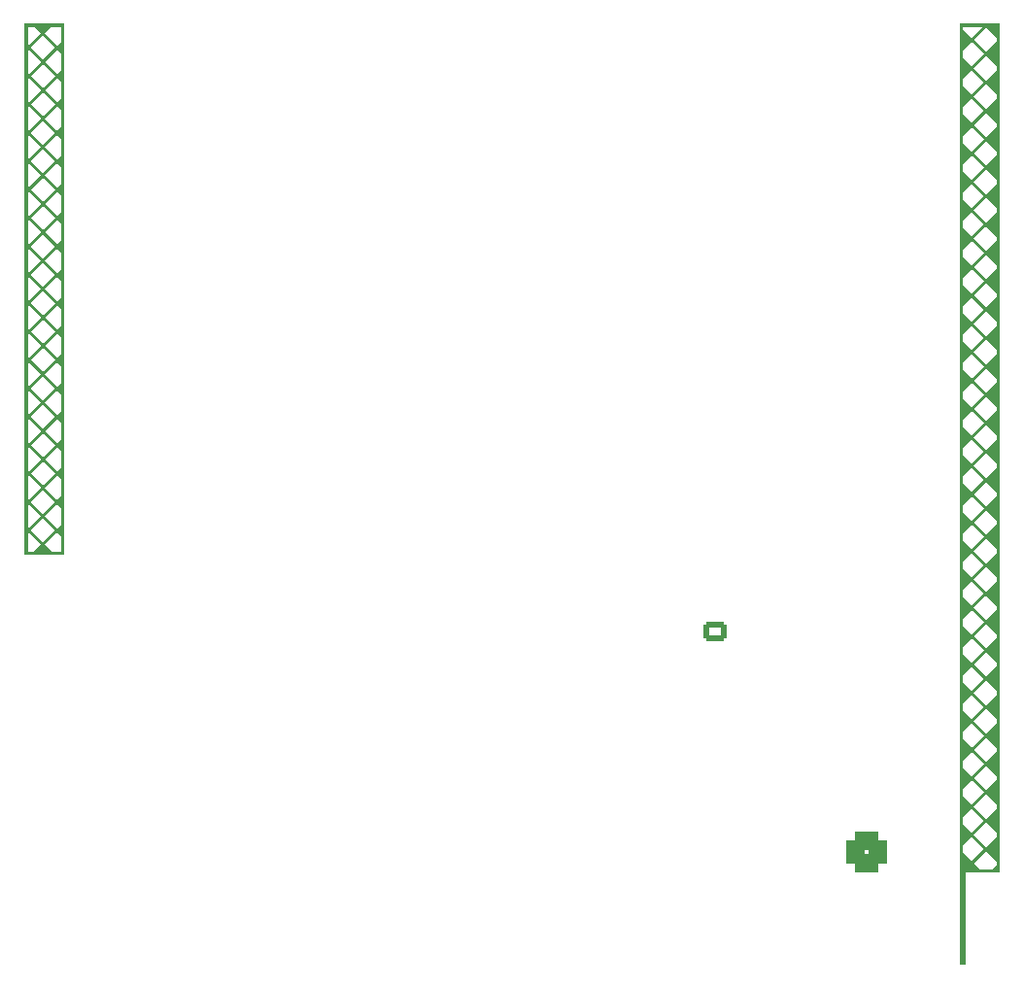
<source format=gbo>
G04 #@! TF.GenerationSoftware,KiCad,Pcbnew,9.0.5*
G04 #@! TF.CreationDate,2026-01-05T14:43:58+01:00*
G04 #@! TF.ProjectId,peak-ignitor-box-bms,7065616b-2d69-4676-9e69-746f722d626f,rev?*
G04 #@! TF.SameCoordinates,Original*
G04 #@! TF.FileFunction,Legend,Bot*
G04 #@! TF.FilePolarity,Positive*
%FSLAX46Y46*%
G04 Gerber Fmt 4.6, Leading zero omitted, Abs format (unit mm)*
G04 Created by KiCad (PCBNEW 9.0.5) date 2026-01-05 14:43:58*
%MOMM*%
%LPD*%
G01*
G04 APERTURE LIST*
G04 Aperture macros list*
%AMRoundRect*
0 Rectangle with rounded corners*
0 $1 Rounding radius*
0 $2 $3 $4 $5 $6 $7 $8 $9 X,Y pos of 4 corners*
0 Add a 4 corners polygon primitive as box body*
4,1,4,$2,$3,$4,$5,$6,$7,$8,$9,$2,$3,0*
0 Add four circle primitives for the rounded corners*
1,1,$1+$1,$2,$3*
1,1,$1+$1,$4,$5*
1,1,$1+$1,$6,$7*
1,1,$1+$1,$8,$9*
0 Add four rect primitives between the rounded corners*
20,1,$1+$1,$2,$3,$4,$5,0*
20,1,$1+$1,$4,$5,$6,$7,0*
20,1,$1+$1,$6,$7,$8,$9,0*
20,1,$1+$1,$8,$9,$2,$3,0*%
G04 Aperture macros list end*
%ADD10RoundRect,0.250000X-0.725000X0.600000X-0.725000X-0.600000X0.725000X-0.600000X0.725000X0.600000X0*%
%ADD11O,1.950000X1.700000*%
%ADD12C,7.500000*%
%ADD13C,1.400000*%
%ADD14RoundRect,0.770000X0.980000X-0.980000X0.980000X0.980000X-0.980000X0.980000X-0.980000X-0.980000X0*%
%ADD15C,3.500000*%
G04 APERTURE END LIST*
G36*
X81485648Y-33014352D02*
G01*
X81500000Y-33049000D01*
X81500000Y-79201000D01*
X81485648Y-79235648D01*
X81451000Y-79250000D01*
X78049000Y-79250000D01*
X78014352Y-79235648D01*
X78000000Y-79201000D01*
X78000000Y-77416022D01*
X78299000Y-77416022D01*
X78299000Y-79002000D01*
X78837172Y-79002000D01*
X79440308Y-78398863D01*
X79791033Y-78398863D01*
X80394170Y-79002000D01*
X81201000Y-79002000D01*
X81201000Y-77684680D01*
X80853108Y-77336788D01*
X79791033Y-78398863D01*
X79440308Y-78398863D01*
X78378233Y-77336788D01*
X78299000Y-77416022D01*
X78000000Y-77416022D01*
X78000000Y-77161426D01*
X78553596Y-77161426D01*
X79615671Y-78223501D01*
X80677745Y-77161426D01*
X79615671Y-76099352D01*
X78553596Y-77161426D01*
X78000000Y-77161426D01*
X78000000Y-74941149D01*
X78299000Y-74941149D01*
X78299000Y-76906831D01*
X78378234Y-76986065D01*
X79440309Y-75923990D01*
X79791033Y-75923990D01*
X80853108Y-76986065D01*
X81201000Y-76638173D01*
X81201000Y-75209807D01*
X80853108Y-74861915D01*
X79791033Y-75923990D01*
X79440309Y-75923990D01*
X78378234Y-74861915D01*
X78299000Y-74941149D01*
X78000000Y-74941149D01*
X78000000Y-74686553D01*
X78553596Y-74686553D01*
X79615671Y-75748628D01*
X80677746Y-74686553D01*
X79615671Y-73624478D01*
X78553596Y-74686553D01*
X78000000Y-74686553D01*
X78000000Y-72466275D01*
X78299000Y-72466275D01*
X78299000Y-74431957D01*
X78378234Y-74511191D01*
X79440309Y-73449116D01*
X79791033Y-73449116D01*
X80853108Y-74511191D01*
X81201000Y-74163299D01*
X81201000Y-72734933D01*
X80853108Y-72387041D01*
X79791033Y-73449116D01*
X79440309Y-73449116D01*
X78378234Y-72387041D01*
X78299000Y-72466275D01*
X78000000Y-72466275D01*
X78000000Y-72211679D01*
X78553596Y-72211679D01*
X79615671Y-73273754D01*
X80677746Y-72211679D01*
X79615671Y-71149604D01*
X78553596Y-72211679D01*
X78000000Y-72211679D01*
X78000000Y-69991401D01*
X78299000Y-69991401D01*
X78299000Y-71957083D01*
X78378234Y-72036317D01*
X79440309Y-70974242D01*
X79791033Y-70974242D01*
X80853108Y-72036317D01*
X81201000Y-71688425D01*
X81201000Y-70260059D01*
X80853108Y-69912167D01*
X79791033Y-70974242D01*
X79440309Y-70974242D01*
X78378234Y-69912167D01*
X78299000Y-69991401D01*
X78000000Y-69991401D01*
X78000000Y-69736805D01*
X78553596Y-69736805D01*
X79615671Y-70798880D01*
X80677745Y-69736805D01*
X79615671Y-68674730D01*
X78553596Y-69736805D01*
X78000000Y-69736805D01*
X78000000Y-67516528D01*
X78299000Y-67516528D01*
X78299000Y-69482209D01*
X78378234Y-69561443D01*
X79440308Y-68499368D01*
X79791033Y-68499368D01*
X80853107Y-69561443D01*
X81201000Y-69213551D01*
X81201000Y-67785186D01*
X80853108Y-67437294D01*
X79791033Y-68499368D01*
X79440308Y-68499368D01*
X78378234Y-67437294D01*
X78299000Y-67516528D01*
X78000000Y-67516528D01*
X78000000Y-67261932D01*
X78553596Y-67261932D01*
X79615671Y-68324007D01*
X80677746Y-67261932D01*
X79615671Y-66199857D01*
X78553596Y-67261932D01*
X78000000Y-67261932D01*
X78000000Y-65041654D01*
X78299000Y-65041654D01*
X78299000Y-67007336D01*
X78378234Y-67086570D01*
X79440309Y-66024495D01*
X79791033Y-66024495D01*
X80853108Y-67086570D01*
X81201000Y-66738678D01*
X81201000Y-65310312D01*
X80853108Y-64962420D01*
X79791033Y-66024495D01*
X79440309Y-66024495D01*
X78378234Y-64962420D01*
X78299000Y-65041654D01*
X78000000Y-65041654D01*
X78000000Y-64787058D01*
X78553596Y-64787058D01*
X79615671Y-65849133D01*
X80677746Y-64787058D01*
X79615671Y-63724983D01*
X78553596Y-64787058D01*
X78000000Y-64787058D01*
X78000000Y-62566780D01*
X78299000Y-62566780D01*
X78299000Y-64532462D01*
X78378234Y-64611696D01*
X79440309Y-63549621D01*
X79791033Y-63549621D01*
X80853108Y-64611696D01*
X81201000Y-64263804D01*
X81201000Y-62835438D01*
X80853108Y-62487546D01*
X79791033Y-63549621D01*
X79440309Y-63549621D01*
X78378234Y-62487546D01*
X78299000Y-62566780D01*
X78000000Y-62566780D01*
X78000000Y-62312184D01*
X78553596Y-62312184D01*
X79615671Y-63374259D01*
X80677746Y-62312184D01*
X79615671Y-61250109D01*
X78553596Y-62312184D01*
X78000000Y-62312184D01*
X78000000Y-60091906D01*
X78299000Y-60091906D01*
X78299000Y-62057588D01*
X78378234Y-62136822D01*
X79440309Y-61074747D01*
X79791033Y-61074747D01*
X80853108Y-62136822D01*
X81201000Y-61788930D01*
X81201000Y-60360564D01*
X80853108Y-60012672D01*
X79791033Y-61074747D01*
X79440309Y-61074747D01*
X78378234Y-60012672D01*
X78299000Y-60091906D01*
X78000000Y-60091906D01*
X78000000Y-59837310D01*
X78553596Y-59837310D01*
X79615671Y-60899385D01*
X80677745Y-59837310D01*
X79615671Y-58775235D01*
X78553596Y-59837310D01*
X78000000Y-59837310D01*
X78000000Y-57617033D01*
X78299000Y-57617033D01*
X78299000Y-59582714D01*
X78378234Y-59661948D01*
X79440308Y-58599873D01*
X79791033Y-58599873D01*
X80853107Y-59661948D01*
X81201000Y-59314056D01*
X81201000Y-57885691D01*
X80853108Y-57537799D01*
X79791033Y-58599873D01*
X79440308Y-58599873D01*
X78378234Y-57537799D01*
X78299000Y-57617033D01*
X78000000Y-57617033D01*
X78000000Y-57362437D01*
X78553596Y-57362437D01*
X79615671Y-58424512D01*
X80677746Y-57362437D01*
X79615671Y-56300362D01*
X78553596Y-57362437D01*
X78000000Y-57362437D01*
X78000000Y-55142159D01*
X78299000Y-55142159D01*
X78299000Y-57107841D01*
X78378234Y-57187075D01*
X79440309Y-56125000D01*
X79791033Y-56125000D01*
X80853108Y-57187075D01*
X81201000Y-56839183D01*
X81201000Y-55410817D01*
X80853108Y-55062925D01*
X79791033Y-56125000D01*
X79440309Y-56125000D01*
X78378234Y-55062925D01*
X78299000Y-55142159D01*
X78000000Y-55142159D01*
X78000000Y-54887563D01*
X78553596Y-54887563D01*
X79615671Y-55949638D01*
X80677746Y-54887563D01*
X79615671Y-53825488D01*
X78553596Y-54887563D01*
X78000000Y-54887563D01*
X78000000Y-52667285D01*
X78299000Y-52667285D01*
X78299000Y-54632967D01*
X78378234Y-54712201D01*
X79440309Y-53650126D01*
X79791033Y-53650126D01*
X80853108Y-54712201D01*
X81201000Y-54364309D01*
X81201000Y-52935943D01*
X80853108Y-52588051D01*
X79791033Y-53650126D01*
X79440309Y-53650126D01*
X78378234Y-52588051D01*
X78299000Y-52667285D01*
X78000000Y-52667285D01*
X78000000Y-52412689D01*
X78553596Y-52412689D01*
X79615671Y-53474764D01*
X80677746Y-52412689D01*
X79615671Y-51350614D01*
X78553596Y-52412689D01*
X78000000Y-52412689D01*
X78000000Y-50192411D01*
X78299000Y-50192411D01*
X78299000Y-52158093D01*
X78378234Y-52237327D01*
X79440308Y-51175252D01*
X79791033Y-51175252D01*
X80853108Y-52237327D01*
X81201000Y-51889435D01*
X81201000Y-50461069D01*
X80853108Y-50113177D01*
X79791033Y-51175252D01*
X79440308Y-51175252D01*
X78378233Y-50113177D01*
X78299000Y-50192411D01*
X78000000Y-50192411D01*
X78000000Y-49937815D01*
X78553596Y-49937815D01*
X79615671Y-50999890D01*
X80677745Y-49937815D01*
X79615671Y-48875741D01*
X78553596Y-49937815D01*
X78000000Y-49937815D01*
X78000000Y-47717538D01*
X78299000Y-47717538D01*
X78299000Y-49683220D01*
X78378234Y-49762454D01*
X79440309Y-48700379D01*
X79791033Y-48700379D01*
X80853108Y-49762454D01*
X81201000Y-49414562D01*
X81201000Y-47986196D01*
X80853108Y-47638304D01*
X79791033Y-48700379D01*
X79440309Y-48700379D01*
X78378234Y-47638304D01*
X78299000Y-47717538D01*
X78000000Y-47717538D01*
X78000000Y-47462942D01*
X78553596Y-47462942D01*
X79615671Y-48525017D01*
X80677746Y-47462942D01*
X79615671Y-46400867D01*
X78553596Y-47462942D01*
X78000000Y-47462942D01*
X78000000Y-45242664D01*
X78299000Y-45242664D01*
X78299000Y-47208346D01*
X78378234Y-47287580D01*
X79440309Y-46225505D01*
X79791033Y-46225505D01*
X80853108Y-47287580D01*
X81201000Y-46939688D01*
X81201000Y-45511322D01*
X80853108Y-45163430D01*
X79791033Y-46225505D01*
X79440309Y-46225505D01*
X78378234Y-45163430D01*
X78299000Y-45242664D01*
X78000000Y-45242664D01*
X78000000Y-44988068D01*
X78553596Y-44988068D01*
X79615671Y-46050143D01*
X80677746Y-44988068D01*
X79615671Y-43925993D01*
X78553596Y-44988068D01*
X78000000Y-44988068D01*
X78000000Y-42767790D01*
X78299000Y-42767790D01*
X78299000Y-44733472D01*
X78378234Y-44812706D01*
X79440309Y-43750631D01*
X79791033Y-43750631D01*
X80853108Y-44812706D01*
X81201000Y-44464814D01*
X81201000Y-43036448D01*
X80853108Y-42688556D01*
X79791033Y-43750631D01*
X79440309Y-43750631D01*
X78378234Y-42688556D01*
X78299000Y-42767790D01*
X78000000Y-42767790D01*
X78000000Y-42513194D01*
X78553596Y-42513194D01*
X79615671Y-43575269D01*
X80677746Y-42513194D01*
X79615671Y-41451119D01*
X78553596Y-42513194D01*
X78000000Y-42513194D01*
X78000000Y-40292916D01*
X78299000Y-40292916D01*
X78299000Y-42258598D01*
X78378234Y-42337832D01*
X79440308Y-41275757D01*
X79791033Y-41275757D01*
X80853108Y-42337832D01*
X81201000Y-41989940D01*
X81201000Y-40561574D01*
X80853108Y-40213682D01*
X79791033Y-41275757D01*
X79440308Y-41275757D01*
X78378233Y-40213682D01*
X78299000Y-40292916D01*
X78000000Y-40292916D01*
X78000000Y-40038320D01*
X78553596Y-40038320D01*
X79615671Y-41100395D01*
X80677745Y-40038320D01*
X79615671Y-38976246D01*
X78553596Y-40038320D01*
X78000000Y-40038320D01*
X78000000Y-37818043D01*
X78299000Y-37818043D01*
X78299000Y-39783725D01*
X78378234Y-39862959D01*
X79440309Y-38800884D01*
X79791033Y-38800884D01*
X80853108Y-39862959D01*
X81201000Y-39515067D01*
X81201000Y-38086701D01*
X80853108Y-37738809D01*
X79791033Y-38800884D01*
X79440309Y-38800884D01*
X78378234Y-37738809D01*
X78299000Y-37818043D01*
X78000000Y-37818043D01*
X78000000Y-37563447D01*
X78553596Y-37563447D01*
X79615671Y-38625522D01*
X80677746Y-37563447D01*
X79615671Y-36501372D01*
X78553596Y-37563447D01*
X78000000Y-37563447D01*
X78000000Y-35343169D01*
X78299000Y-35343169D01*
X78299000Y-37308851D01*
X78378234Y-37388085D01*
X79440309Y-36326010D01*
X79791033Y-36326010D01*
X80853108Y-37388085D01*
X81201000Y-37040193D01*
X81201000Y-35611827D01*
X80853108Y-35263935D01*
X79791033Y-36326010D01*
X79440309Y-36326010D01*
X78378234Y-35263935D01*
X78299000Y-35343169D01*
X78000000Y-35343169D01*
X78000000Y-35088573D01*
X78553596Y-35088573D01*
X79615671Y-36150648D01*
X80677746Y-35088573D01*
X79615671Y-34026498D01*
X78553596Y-35088573D01*
X78000000Y-35088573D01*
X78000000Y-34833977D01*
X78299000Y-34833977D01*
X78378234Y-34913211D01*
X79440309Y-33851136D01*
X79791033Y-33851136D01*
X80853108Y-34913211D01*
X81201000Y-34565319D01*
X81201000Y-33299000D01*
X80343169Y-33299000D01*
X79791033Y-33851136D01*
X79440309Y-33851136D01*
X78888173Y-33299000D01*
X78299000Y-33299000D01*
X78299000Y-34833977D01*
X78000000Y-34833977D01*
X78000000Y-33049000D01*
X78014352Y-33014352D01*
X78049000Y-33000000D01*
X81451000Y-33000000D01*
X81485648Y-33014352D01*
G37*
G36*
X162985648Y-33014352D02*
G01*
X163000000Y-33049000D01*
X163000000Y-106951000D01*
X162985648Y-106985648D01*
X162951000Y-107000000D01*
X160000000Y-107000000D01*
X160000000Y-114951000D01*
X159985648Y-114985648D01*
X159951000Y-115000000D01*
X159549000Y-115000000D01*
X159514352Y-114985648D01*
X159500000Y-114951000D01*
X159500000Y-106173359D01*
X160740149Y-106173359D01*
X161318790Y-106752000D01*
X162285658Y-106752000D01*
X162701000Y-106336658D01*
X162701000Y-106010060D01*
X161802224Y-105111284D01*
X160740149Y-106173359D01*
X159500000Y-106173359D01*
X159500000Y-104639634D01*
X159799000Y-104639634D01*
X159799000Y-105232209D01*
X160564787Y-105997996D01*
X161626862Y-104935922D01*
X160564787Y-103873847D01*
X159799000Y-104639634D01*
X159500000Y-104639634D01*
X159500000Y-103698485D01*
X160740149Y-103698485D01*
X161802224Y-104760560D01*
X162701000Y-103861784D01*
X162701000Y-103535186D01*
X161802224Y-102636410D01*
X160740149Y-103698485D01*
X159500000Y-103698485D01*
X159500000Y-102164760D01*
X159799000Y-102164760D01*
X159799000Y-102757335D01*
X160564787Y-103523122D01*
X161626862Y-102461048D01*
X160564787Y-101398973D01*
X159799000Y-102164760D01*
X159500000Y-102164760D01*
X159500000Y-101223611D01*
X160740149Y-101223611D01*
X161802224Y-102285686D01*
X162701000Y-101386910D01*
X162701000Y-101060312D01*
X161802224Y-100161536D01*
X160740149Y-101223611D01*
X159500000Y-101223611D01*
X159500000Y-99689887D01*
X159799000Y-99689887D01*
X159799000Y-100282461D01*
X160564787Y-101048248D01*
X161626861Y-99986174D01*
X160564787Y-98924099D01*
X159799000Y-99689887D01*
X159500000Y-99689887D01*
X159500000Y-98748737D01*
X160740149Y-98748737D01*
X161802223Y-99810812D01*
X162701000Y-98912036D01*
X162701000Y-98585439D01*
X161802224Y-97686663D01*
X160740149Y-98748737D01*
X159500000Y-98748737D01*
X159500000Y-97215013D01*
X159799000Y-97215013D01*
X159799000Y-97807588D01*
X160564787Y-98573375D01*
X161626862Y-97511301D01*
X160564787Y-96449226D01*
X159799000Y-97215013D01*
X159500000Y-97215013D01*
X159500000Y-96273864D01*
X160740149Y-96273864D01*
X161802224Y-97335939D01*
X162701000Y-96437163D01*
X162701000Y-96110565D01*
X161802224Y-95211789D01*
X160740149Y-96273864D01*
X159500000Y-96273864D01*
X159500000Y-94740139D01*
X159799000Y-94740139D01*
X159799000Y-95332714D01*
X160564787Y-96098501D01*
X161626862Y-95036427D01*
X160564787Y-93974352D01*
X159799000Y-94740139D01*
X159500000Y-94740139D01*
X159500000Y-93798990D01*
X160740149Y-93798990D01*
X161802224Y-94861065D01*
X162701000Y-93962289D01*
X162701000Y-93635691D01*
X161802224Y-92736915D01*
X160740149Y-93798990D01*
X159500000Y-93798990D01*
X159500000Y-92265265D01*
X159799000Y-92265265D01*
X159799000Y-92857840D01*
X160564787Y-93623627D01*
X161626862Y-92561553D01*
X160564787Y-91499478D01*
X159799000Y-92265265D01*
X159500000Y-92265265D01*
X159500000Y-91324116D01*
X160740149Y-91324116D01*
X161802224Y-92386191D01*
X162701000Y-91487415D01*
X162701000Y-91160817D01*
X161802224Y-90262041D01*
X160740149Y-91324116D01*
X159500000Y-91324116D01*
X159500000Y-89790392D01*
X159799000Y-89790392D01*
X159799000Y-90382967D01*
X160564787Y-91148754D01*
X161626861Y-90086679D01*
X160564787Y-89024605D01*
X159799000Y-89790392D01*
X159500000Y-89790392D01*
X159500000Y-88849243D01*
X160740149Y-88849243D01*
X161802224Y-89911318D01*
X162701000Y-89012542D01*
X162701000Y-88685944D01*
X161802224Y-87787168D01*
X160740149Y-88849243D01*
X159500000Y-88849243D01*
X159500000Y-87315518D01*
X159799000Y-87315518D01*
X159799000Y-87908093D01*
X160564787Y-88673880D01*
X161626862Y-87611806D01*
X160564787Y-86549731D01*
X159799000Y-87315518D01*
X159500000Y-87315518D01*
X159500000Y-86374369D01*
X160740149Y-86374369D01*
X161802224Y-87436444D01*
X162701000Y-86537668D01*
X162701000Y-86211070D01*
X161802224Y-85312294D01*
X160740149Y-86374369D01*
X159500000Y-86374369D01*
X159500000Y-84840644D01*
X159799000Y-84840644D01*
X159799000Y-85433219D01*
X160564787Y-86199006D01*
X161626862Y-85136932D01*
X160564787Y-84074857D01*
X159799000Y-84840644D01*
X159500000Y-84840644D01*
X159500000Y-83899495D01*
X160740149Y-83899495D01*
X161802224Y-84961570D01*
X162701000Y-84062794D01*
X162701000Y-83736196D01*
X161802224Y-82837420D01*
X160740149Y-83899495D01*
X159500000Y-83899495D01*
X159500000Y-82365770D01*
X159799000Y-82365770D01*
X159799000Y-82958345D01*
X160564787Y-83724132D01*
X161626862Y-82662058D01*
X160564787Y-81599983D01*
X159799000Y-82365770D01*
X159500000Y-82365770D01*
X159500000Y-81424621D01*
X160740149Y-81424621D01*
X161802224Y-82486696D01*
X162701000Y-81587920D01*
X162701000Y-81261322D01*
X161802224Y-80362546D01*
X160740149Y-81424621D01*
X159500000Y-81424621D01*
X159500000Y-79890897D01*
X159799000Y-79890897D01*
X159799000Y-80483472D01*
X160564787Y-81249259D01*
X161626861Y-80187184D01*
X160564787Y-79125110D01*
X159799000Y-79890897D01*
X159500000Y-79890897D01*
X159500000Y-78949748D01*
X160740149Y-78949748D01*
X161802224Y-80011823D01*
X162701000Y-79113047D01*
X162701000Y-78786449D01*
X161802224Y-77887673D01*
X160740149Y-78949748D01*
X159500000Y-78949748D01*
X159500000Y-77416023D01*
X159799000Y-77416023D01*
X159799000Y-78008598D01*
X160564787Y-78774385D01*
X161626862Y-77712311D01*
X160564787Y-76650236D01*
X159799000Y-77416023D01*
X159500000Y-77416023D01*
X159500000Y-76474874D01*
X160740149Y-76474874D01*
X161802224Y-77536949D01*
X162701000Y-76638173D01*
X162701000Y-76311575D01*
X161802224Y-75412799D01*
X160740149Y-76474874D01*
X159500000Y-76474874D01*
X159500000Y-74941149D01*
X159799000Y-74941149D01*
X159799000Y-75533724D01*
X160564787Y-76299511D01*
X161626862Y-75237437D01*
X160564787Y-74175362D01*
X159799000Y-74941149D01*
X159500000Y-74941149D01*
X159500000Y-74000000D01*
X160740149Y-74000000D01*
X161802224Y-75062075D01*
X162701000Y-74163299D01*
X162701000Y-73836701D01*
X161802224Y-72937925D01*
X160740149Y-74000000D01*
X159500000Y-74000000D01*
X159500000Y-72466276D01*
X159799000Y-72466276D01*
X159799000Y-73058850D01*
X160564787Y-73824637D01*
X161626861Y-72762563D01*
X160564787Y-71700488D01*
X159799000Y-72466276D01*
X159500000Y-72466276D01*
X159500000Y-71525126D01*
X160740149Y-71525126D01*
X161802223Y-72587201D01*
X162701000Y-71688425D01*
X162701000Y-71361828D01*
X161802224Y-70463052D01*
X160740149Y-71525126D01*
X159500000Y-71525126D01*
X159500000Y-69991402D01*
X159799000Y-69991402D01*
X159799000Y-70583977D01*
X160564787Y-71349764D01*
X161626862Y-70287690D01*
X160564787Y-69225615D01*
X159799000Y-69991402D01*
X159500000Y-69991402D01*
X159500000Y-69050253D01*
X160740149Y-69050253D01*
X161802224Y-70112328D01*
X162701000Y-69213552D01*
X162701000Y-68886954D01*
X161802224Y-67988178D01*
X160740149Y-69050253D01*
X159500000Y-69050253D01*
X159500000Y-67516528D01*
X159799000Y-67516528D01*
X159799000Y-68109103D01*
X160564787Y-68874890D01*
X161626862Y-67812816D01*
X160564787Y-66750741D01*
X159799000Y-67516528D01*
X159500000Y-67516528D01*
X159500000Y-66575379D01*
X160740149Y-66575379D01*
X161802224Y-67637454D01*
X162701000Y-66738678D01*
X162701000Y-66412079D01*
X161802224Y-65513303D01*
X160740149Y-66575379D01*
X159500000Y-66575379D01*
X159500000Y-65041654D01*
X159799000Y-65041654D01*
X159799000Y-65634229D01*
X160564787Y-66400016D01*
X161626862Y-65337942D01*
X160564787Y-64275867D01*
X159799000Y-65041654D01*
X159500000Y-65041654D01*
X159500000Y-64100505D01*
X160740149Y-64100505D01*
X161802224Y-65162580D01*
X162701000Y-64263804D01*
X162701000Y-63937205D01*
X161802224Y-63038429D01*
X160740149Y-64100505D01*
X159500000Y-64100505D01*
X159500000Y-62566781D01*
X159799000Y-62566781D01*
X159799000Y-63159355D01*
X160564787Y-63925142D01*
X161626861Y-62863068D01*
X160564787Y-61800993D01*
X159799000Y-62566781D01*
X159500000Y-62566781D01*
X159500000Y-61625631D01*
X160740149Y-61625631D01*
X161802223Y-62687706D01*
X162701000Y-61788930D01*
X162701000Y-61462333D01*
X161802224Y-60563557D01*
X160740149Y-61625631D01*
X159500000Y-61625631D01*
X159500000Y-60091907D01*
X159799000Y-60091907D01*
X159799000Y-60684482D01*
X160564787Y-61450269D01*
X161626862Y-60388195D01*
X160564787Y-59326120D01*
X159799000Y-60091907D01*
X159500000Y-60091907D01*
X159500000Y-59150758D01*
X160740149Y-59150758D01*
X161802224Y-60212833D01*
X162701000Y-59314057D01*
X162701000Y-58987459D01*
X161802224Y-58088683D01*
X160740149Y-59150758D01*
X159500000Y-59150758D01*
X159500000Y-57617033D01*
X159799000Y-57617033D01*
X159799000Y-58209608D01*
X160564787Y-58975395D01*
X161626862Y-57913321D01*
X160564787Y-56851246D01*
X159799000Y-57617033D01*
X159500000Y-57617033D01*
X159500000Y-56675884D01*
X160740149Y-56675884D01*
X161802224Y-57737959D01*
X162701000Y-56839183D01*
X162701000Y-56512585D01*
X161802224Y-55613809D01*
X160740149Y-56675884D01*
X159500000Y-56675884D01*
X159500000Y-55142159D01*
X159799000Y-55142159D01*
X159799000Y-55734734D01*
X160564787Y-56500521D01*
X161626862Y-55438447D01*
X160564787Y-54376372D01*
X159799000Y-55142159D01*
X159500000Y-55142159D01*
X159500000Y-54201010D01*
X160740149Y-54201010D01*
X161802224Y-55263085D01*
X162701000Y-54364309D01*
X162701000Y-54037711D01*
X161802224Y-53138935D01*
X160740149Y-54201010D01*
X159500000Y-54201010D01*
X159500000Y-52667286D01*
X159799000Y-52667286D01*
X159799000Y-53259860D01*
X160564787Y-54025647D01*
X161626861Y-52963573D01*
X160564787Y-51901499D01*
X159799000Y-52667286D01*
X159500000Y-52667286D01*
X159500000Y-51726137D01*
X160740149Y-51726137D01*
X161802224Y-52788212D01*
X162701000Y-51889436D01*
X162701000Y-51562838D01*
X161802224Y-50664062D01*
X160740149Y-51726137D01*
X159500000Y-51726137D01*
X159500000Y-50192412D01*
X159799000Y-50192412D01*
X159799000Y-50784987D01*
X160564787Y-51550774D01*
X161626862Y-50488700D01*
X160564787Y-49426625D01*
X159799000Y-50192412D01*
X159500000Y-50192412D01*
X159500000Y-49251263D01*
X160740149Y-49251263D01*
X161802224Y-50313338D01*
X162701000Y-49414562D01*
X162701000Y-49087964D01*
X161802224Y-48189188D01*
X160740149Y-49251263D01*
X159500000Y-49251263D01*
X159500000Y-47717538D01*
X159799000Y-47717538D01*
X159799000Y-48310113D01*
X160564787Y-49075900D01*
X161626862Y-48013826D01*
X160564787Y-46951751D01*
X159799000Y-47717538D01*
X159500000Y-47717538D01*
X159500000Y-46776389D01*
X160740149Y-46776389D01*
X161802224Y-47838464D01*
X162701000Y-46939688D01*
X162701000Y-46613090D01*
X161802224Y-45714314D01*
X160740149Y-46776389D01*
X159500000Y-46776389D01*
X159500000Y-45242664D01*
X159799000Y-45242664D01*
X159799000Y-45835239D01*
X160564787Y-46601026D01*
X161626862Y-45538952D01*
X160564787Y-44476877D01*
X159799000Y-45242664D01*
X159500000Y-45242664D01*
X159500000Y-44301515D01*
X160740149Y-44301515D01*
X161802224Y-45363590D01*
X162701000Y-44464814D01*
X162701000Y-44138216D01*
X161802224Y-43239440D01*
X160740149Y-44301515D01*
X159500000Y-44301515D01*
X159500000Y-42767791D01*
X159799000Y-42767791D01*
X159799000Y-43360366D01*
X160564787Y-44126153D01*
X161626861Y-43064078D01*
X160564787Y-42002004D01*
X159799000Y-42767791D01*
X159500000Y-42767791D01*
X159500000Y-41826642D01*
X160740149Y-41826642D01*
X161802224Y-42888717D01*
X162701000Y-41989941D01*
X162701000Y-41663343D01*
X161802224Y-40764567D01*
X160740149Y-41826642D01*
X159500000Y-41826642D01*
X159500000Y-40292917D01*
X159799000Y-40292917D01*
X159799000Y-40885492D01*
X160564787Y-41651279D01*
X161626862Y-40589205D01*
X160564787Y-39527130D01*
X159799000Y-40292917D01*
X159500000Y-40292917D01*
X159500000Y-39351768D01*
X160740149Y-39351768D01*
X161802224Y-40413843D01*
X162701000Y-39515067D01*
X162701000Y-39188469D01*
X161802224Y-38289693D01*
X160740149Y-39351768D01*
X159500000Y-39351768D01*
X159500000Y-37818043D01*
X159799000Y-37818043D01*
X159799000Y-38410618D01*
X160564787Y-39176405D01*
X161626862Y-38114331D01*
X160564787Y-37052256D01*
X159799000Y-37818043D01*
X159500000Y-37818043D01*
X159500000Y-36876894D01*
X160740149Y-36876894D01*
X161802224Y-37938969D01*
X162701000Y-37040193D01*
X162701000Y-36713595D01*
X161802224Y-35814819D01*
X160740149Y-36876894D01*
X159500000Y-36876894D01*
X159500000Y-35343170D01*
X159799000Y-35343170D01*
X159799000Y-35935744D01*
X160564787Y-36701531D01*
X161626861Y-35639457D01*
X160564787Y-34577382D01*
X159799000Y-35343170D01*
X159500000Y-35343170D01*
X159500000Y-34402020D01*
X160740149Y-34402020D01*
X161802223Y-35464095D01*
X162701000Y-34565319D01*
X162701000Y-34238722D01*
X161802224Y-33339946D01*
X160740149Y-34402020D01*
X159500000Y-34402020D01*
X159500000Y-33460871D01*
X159799000Y-33460871D01*
X160564787Y-34226658D01*
X161492446Y-33299000D01*
X159799000Y-33299000D01*
X159799000Y-33460871D01*
X159500000Y-33460871D01*
X159500000Y-33049000D01*
X159514352Y-33014352D01*
X159549000Y-33000000D01*
X162951000Y-33000000D01*
X162985648Y-33014352D01*
G37*
%LPC*%
D10*
X138150000Y-85950000D03*
D11*
X138150000Y-88450000D03*
X138150000Y-90950000D03*
X138150000Y-93450000D03*
X138150000Y-95950000D03*
D12*
X115996592Y-27990385D03*
D13*
X141409018Y-113195107D03*
X141409018Y-102195107D03*
D14*
X151409018Y-105195107D03*
D15*
X151409018Y-110195107D03*
D12*
X127981116Y-27996701D03*
%LPD*%
M02*

</source>
